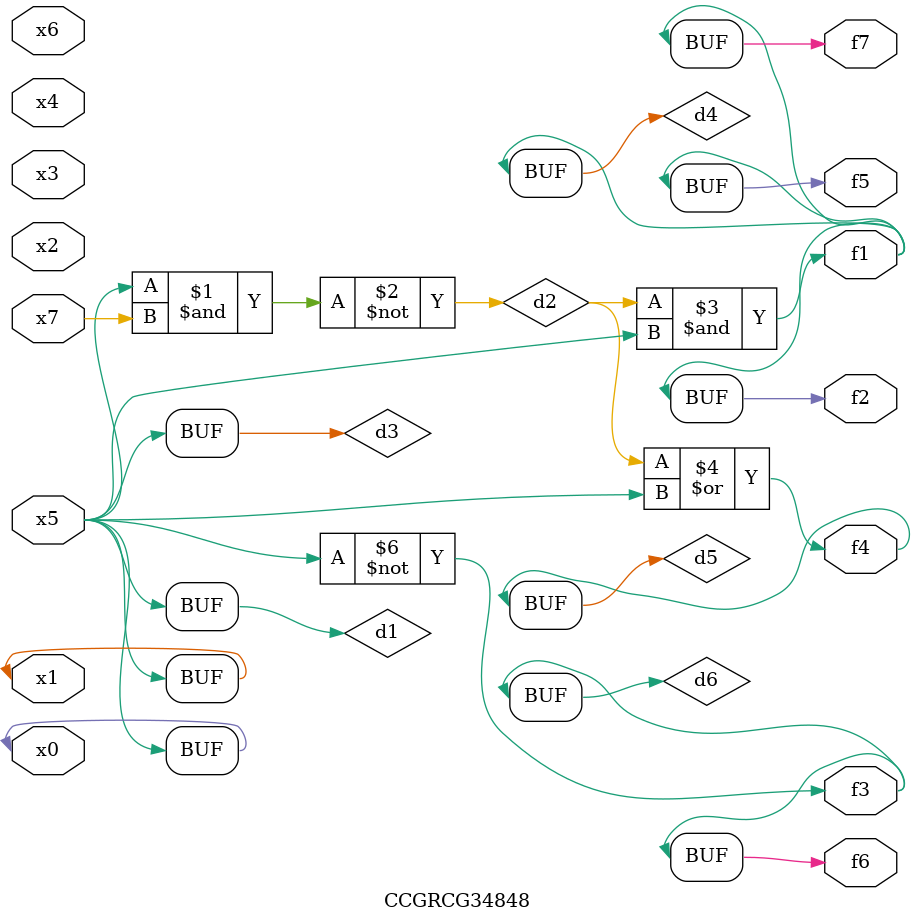
<source format=v>
module CCGRCG34848(
	input x0, x1, x2, x3, x4, x5, x6, x7,
	output f1, f2, f3, f4, f5, f6, f7
);

	wire d1, d2, d3, d4, d5, d6;

	buf (d1, x0, x5);
	nand (d2, x5, x7);
	buf (d3, x0, x1);
	and (d4, d2, d3);
	or (d5, d2, d3);
	nor (d6, d1, d3);
	assign f1 = d4;
	assign f2 = d4;
	assign f3 = d6;
	assign f4 = d5;
	assign f5 = d4;
	assign f6 = d6;
	assign f7 = d4;
endmodule

</source>
